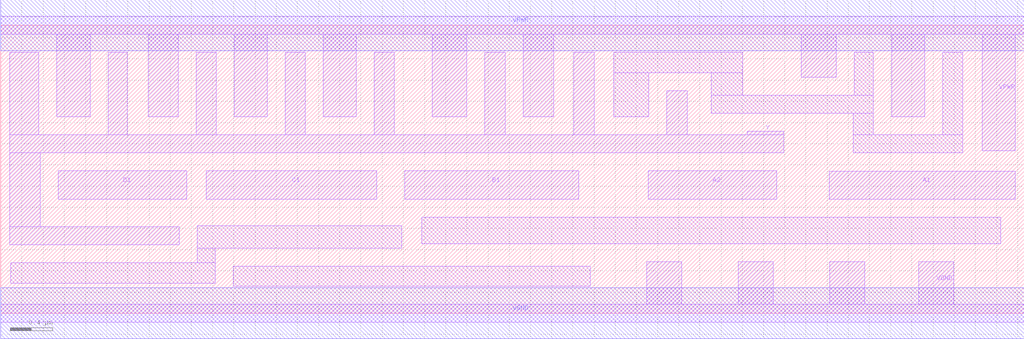
<source format=lef>
# Copyright 2020 The SkyWater PDK Authors
#
# Licensed under the Apache License, Version 2.0 (the "License");
# you may not use this file except in compliance with the License.
# You may obtain a copy of the License at
#
#     https://www.apache.org/licenses/LICENSE-2.0
#
# Unless required by applicable law or agreed to in writing, software
# distributed under the License is distributed on an "AS IS" BASIS,
# WITHOUT WARRANTIES OR CONDITIONS OF ANY KIND, either express or implied.
# See the License for the specific language governing permissions and
# limitations under the License.
#
# SPDX-License-Identifier: Apache-2.0

VERSION 5.5 ;
NAMESCASESENSITIVE ON ;
BUSBITCHARS "[]" ;
DIVIDERCHAR "/" ;
MACRO sky130_fd_sc_hd__o2111ai_4
  CLASS CORE ;
  SOURCE USER ;
  ORIGIN  0.000000  0.000000 ;
  SIZE  9.660000 BY  2.720000 ;
  SYMMETRY X Y R90 ;
  SITE unithd ;
  PIN A1
    ANTENNAGATEAREA  0.990000 ;
    DIRECTION INPUT ;
    USE SIGNAL ;
    PORT
      LAYER li1 ;
        RECT 7.820000 1.075000 9.575000 1.340000 ;
    END
  END A1
  PIN A2
    ANTENNAGATEAREA  0.990000 ;
    DIRECTION INPUT ;
    USE SIGNAL ;
    PORT
      LAYER li1 ;
        RECT 6.110000 1.075000 7.325000 1.345000 ;
    END
  END A2
  PIN B1
    ANTENNAGATEAREA  0.990000 ;
    DIRECTION INPUT ;
    USE SIGNAL ;
    PORT
      LAYER li1 ;
        RECT 3.815000 1.075000 5.455000 1.345000 ;
    END
  END B1
  PIN C1
    ANTENNAGATEAREA  0.990000 ;
    DIRECTION INPUT ;
    USE SIGNAL ;
    PORT
      LAYER li1 ;
        RECT 1.940000 1.075000 3.550000 1.345000 ;
    END
  END C1
  PIN D1
    ANTENNAGATEAREA  0.990000 ;
    DIRECTION INPUT ;
    USE SIGNAL ;
    PORT
      LAYER li1 ;
        RECT 0.545000 1.075000 1.755000 1.345000 ;
    END
  END D1
  PIN Y
    ANTENNADIFFAREA  2.984350 ;
    DIRECTION OUTPUT ;
    USE SIGNAL ;
    PORT
      LAYER li1 ;
        RECT 0.085000 0.645000 1.685000 0.815000 ;
        RECT 0.085000 0.815000 0.375000 1.515000 ;
        RECT 0.085000 1.515000 7.390000 1.685000 ;
        RECT 0.085000 1.685000 0.360000 2.465000 ;
        RECT 1.015000 1.685000 1.195000 2.465000 ;
        RECT 1.845000 1.685000 2.035000 2.465000 ;
        RECT 2.685000 1.685000 2.875000 2.465000 ;
        RECT 3.525000 1.685000 3.715000 2.465000 ;
        RECT 4.570000 1.685000 4.760000 2.465000 ;
        RECT 5.410000 1.685000 5.600000 2.465000 ;
        RECT 6.285000 1.685000 6.480000 2.100000 ;
        RECT 7.045000 1.685000 7.390000 1.720000 ;
    END
  END Y
  PIN VGND
    DIRECTION INOUT ;
    SHAPE ABUTMENT ;
    USE GROUND ;
    PORT
      LAYER li1 ;
        RECT 0.000000 -0.085000 9.660000 0.085000 ;
        RECT 6.100000  0.085000 6.430000 0.485000 ;
        RECT 6.960000  0.085000 7.290000 0.485000 ;
        RECT 7.825000  0.085000 8.155000 0.485000 ;
        RECT 8.665000  0.085000 8.995000 0.485000 ;
    END
    PORT
      LAYER met1 ;
        RECT 0.000000 -0.240000 9.660000 0.240000 ;
    END
  END VGND
  PIN VPWR
    DIRECTION INOUT ;
    SHAPE ABUTMENT ;
    USE POWER ;
    PORT
      LAYER li1 ;
        RECT 0.000000 2.635000 9.660000 2.805000 ;
        RECT 0.530000 1.855000 0.845000 2.635000 ;
        RECT 1.390000 1.855000 1.675000 2.635000 ;
        RECT 2.205000 1.855000 2.515000 2.635000 ;
        RECT 3.045000 1.855000 3.355000 2.635000 ;
        RECT 4.075000 1.855000 4.400000 2.635000 ;
        RECT 4.930000 1.855000 5.220000 2.635000 ;
        RECT 7.555000 2.230000 7.885000 2.635000 ;
        RECT 8.410000 1.855000 8.720000 2.635000 ;
        RECT 9.265000 1.535000 9.575000 2.635000 ;
    END
    PORT
      LAYER met1 ;
        RECT 0.000000 2.480000 9.660000 2.960000 ;
    END
  END VPWR
  OBS
    LAYER li1 ;
      RECT 0.095000 0.285000 2.025000 0.475000 ;
      RECT 1.855000 0.475000 2.025000 0.615000 ;
      RECT 1.855000 0.615000 3.785000 0.825000 ;
      RECT 2.195000 0.255000 5.565000 0.445000 ;
      RECT 3.975000 0.655000 9.440000 0.905000 ;
      RECT 5.785000 1.855000 6.115000 2.270000 ;
      RECT 5.785000 2.270000 7.005000 2.465000 ;
      RECT 6.705000 1.890000 8.235000 2.060000 ;
      RECT 6.705000 2.060000 7.005000 2.270000 ;
      RECT 8.045000 1.515000 9.080000 1.685000 ;
      RECT 8.045000 1.685000 8.235000 1.890000 ;
      RECT 8.055000 2.060000 8.235000 2.465000 ;
      RECT 8.890000 1.685000 9.080000 2.465000 ;
  END
END sky130_fd_sc_hd__o2111ai_4

</source>
